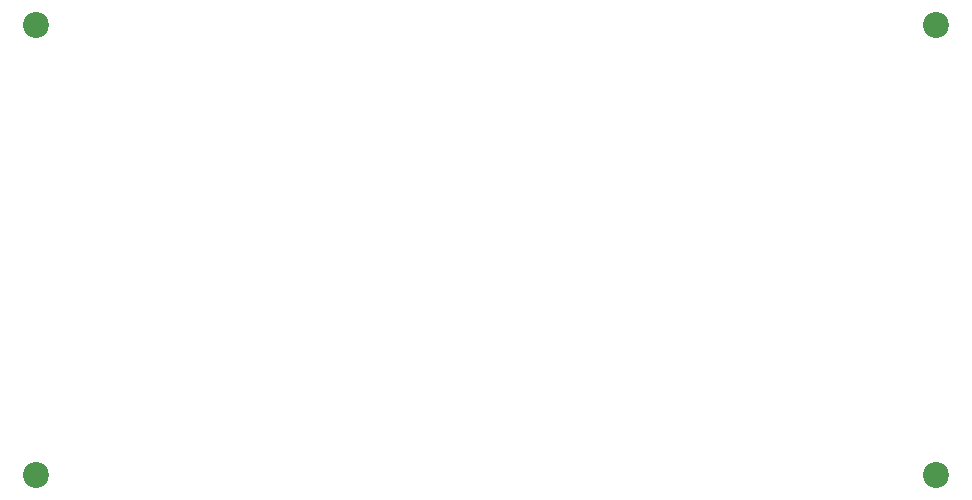
<source format=gbr>
%TF.GenerationSoftware,KiCad,Pcbnew,9.0.5-9.0.5~ubuntu24.04.1*%
%TF.CreationDate,2025-10-31T14:16:07+08:00*%
%TF.ProjectId,TPS,5450532e-6b69-4636-9164-5f7063625858,rev?*%
%TF.SameCoordinates,Original*%
%TF.FileFunction,Soldermask,Top*%
%TF.FilePolarity,Negative*%
%FSLAX46Y46*%
G04 Gerber Fmt 4.6, Leading zero omitted, Abs format (unit mm)*
G04 Created by KiCad (PCBNEW 9.0.5-9.0.5~ubuntu24.04.1) date 2025-10-31 14:16:07*
%MOMM*%
%LPD*%
G01*
G04 APERTURE LIST*
%ADD10C,2.200000*%
G04 APERTURE END LIST*
D10*
%TO.C,H4*%
X183375000Y-86150000D03*
%TD*%
%TO.C,H1*%
X107175000Y-48050000D03*
%TD*%
%TO.C,H2*%
X107175000Y-86150000D03*
%TD*%
%TO.C,H3*%
X183375000Y-48050000D03*
%TD*%
M02*

</source>
